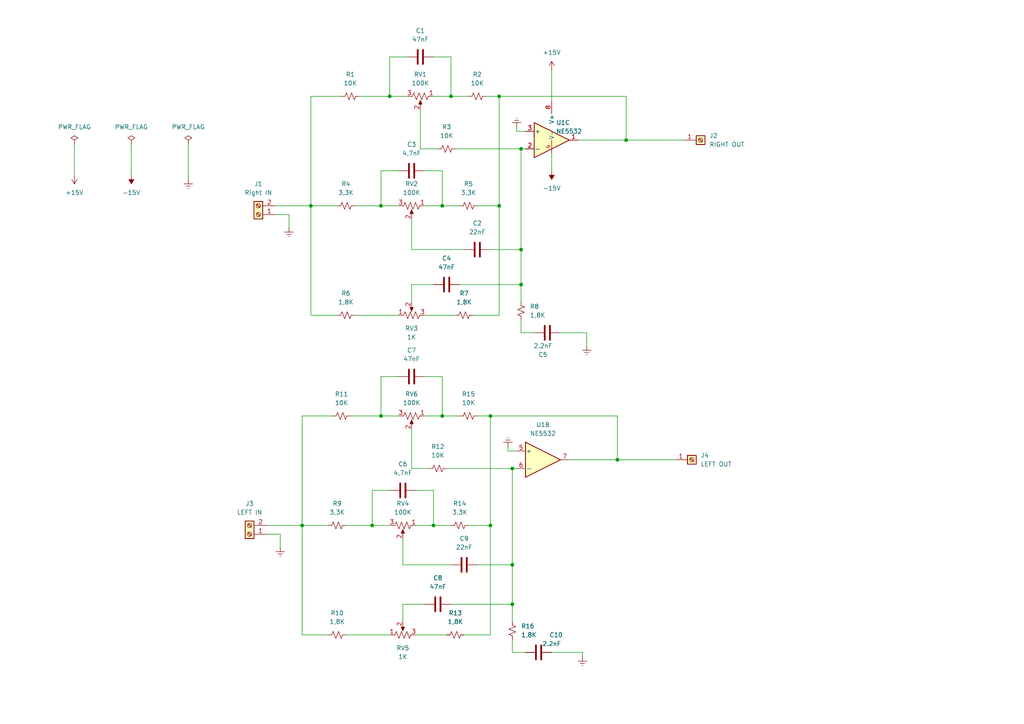
<source format=kicad_sch>
(kicad_sch (version 20230121) (generator eeschema)
  (paper "A4")
  (title_block (title "Band Equalizer Module ") (date "23.07.2023") (rev "1.0") (company "by Muxtar_Safarov"))
  (lib_symbols
    (symbol "Amplifier_Operational:NE5532" (pin_names (offset 0.127))
      (property "Reference" "U" (at 0 5.08 0))
      (property "Value" "NE5532" (at 0 -5.08 0))
      (symbol "NE5532_1_1"
        (polyline (pts (xy -5.08 5.08) (xy 5.08 0) (xy -5.08 -5.08) (xy -5.08 5.08)) (stroke (width 0.254)) (fill (type background)))
        (pin output line (at 7.62 0 180) (length 2.54) (name "~") (number "1"))
        (pin input line (at -7.62 -2.54 0) (length 2.54) (name "-") (number "2"))
        (pin input line (at -7.62 2.54 0) (length 2.54) (name "+") (number "3"))
      )
      (symbol "NE5532_2_1"
        (polyline (pts (xy -5.08 5.08) (xy 5.08 0) (xy -5.08 -5.08) (xy -5.08 5.08)) (stroke (width 0.254)) (fill (type background)))
        (pin input line (at -7.62 2.54 0) (length 2.54) (name "+") (number "5"))
        (pin input line (at -7.62 -2.54 0) (length 2.54) (name "-") (number "6"))
        (pin output line (at 7.62 0 180) (length 2.54) (name "~") (number "7"))
      )
      (symbol "NE5532_3_1"
        (pin power_in line (at -2.54 -7.62 90) (length 3.81) (name "V-") (number "4"))
        (pin power_in line (at -2.54 7.62 270) (length 3.81) (name "V+") (number "8"))
      )
    )
    (symbol "Connector:Screw_Terminal_01x01" (pin_names (offset 1.016) hide)
      (property "Reference" "J" (at 0 2.54 0))
      (property "Value" "Screw_Terminal_01x01" (at 0 -2.54 0))
      (symbol "Screw_Terminal_01x01_1_1"
        (rectangle (start -1.27 1.27) (end 1.27 -1.27) (stroke (width 0.254)) (fill (type background)))
        (polyline (pts (xy -0.5334 0.3302) (xy 0.3302 -0.508)) (stroke (width 0.1524)))
        (polyline (pts (xy -0.3556 0.508) (xy 0.508 -0.3302)) (stroke (width 0.1524)))
        (circle (center 0 0) (radius 0.635) (stroke (width 0.1524)))
        (pin passive line (at -5.08 0 0) (length 3.81) (name "Pin_1") (number "1"))
      )
    )
    (symbol "Connector:Screw_Terminal_01x02" (pin_names (offset 1.016) hide)
      (property "Reference" "J" (at 0 2.54 0))
      (property "Value" "Screw_Terminal_01x02" (at 0 -5.08 0))
      (symbol "Screw_Terminal_01x02_1_1"
        (rectangle (start -1.27 1.27) (end 1.27 -3.81) (stroke (width 0.254)) (fill (type background)))
        (circle (center 0 -2.54) (radius 0.635) (stroke (width 0.1524)))
        (polyline (pts (xy -0.5334 -2.2098) (xy 0.3302 -3.048)) (stroke (width 0.1524)))
        (polyline (pts (xy -0.5334 0.3302) (xy 0.3302 -0.508)) (stroke (width 0.1524)))
        (polyline (pts (xy -0.3556 -2.032) (xy 0.508 -2.8702)) (stroke (width 0.1524)))
        (polyline (pts (xy -0.3556 0.508) (xy 0.508 -0.3302)) (stroke (width 0.1524)))
        (circle (center 0 0) (radius 0.635) (stroke (width 0.1524)))
        (pin passive line (at -5.08 0 0) (length 3.81) (name "Pin_1") (number "1"))
        (pin passive line (at -5.08 -2.54 0) (length 3.81) (name "Pin_2") (number "2"))
      )
    )
    (symbol "Device:C" (pin_numbers hide) (pin_names (offset 0.254))
      (property "Reference" "C" (at 0.635 2.54 0))
      (property "Value" "C" (at 0.635 -2.54 0))
      (symbol "C_0_1"
        (polyline (pts (xy -2.032 -0.762) (xy 2.032 -0.762)) (stroke (width 0.508)))
        (polyline (pts (xy -2.032 0.762) (xy 2.032 0.762)) (stroke (width 0.508)))
      )
      (symbol "C_1_1"
        (pin passive line (at 0 3.81 270) (length 2.794) (name "~") (number "1"))
        (pin passive line (at 0 -3.81 90) (length 2.794) (name "~") (number "2"))
      )
    )
    (symbol "Device:R_Potentiometer_US" (pin_names (offset 1.016) hide)
      (property "Reference" "RV" (at -4.445 0 90))
      (property "Value" "R_Potentiometer_US" (at -2.54 0 90))
      (symbol "R_Potentiometer_US_0_1"
        (polyline (pts (xy 0 -2.286) (xy 0 -2.54)))
        (polyline (pts (xy 0 2.54) (xy 0 2.286)))
        (polyline (pts (xy 2.54 0) (xy 1.524 0)))
        (polyline (pts (xy 1.143 0) (xy 2.286 0.508) (xy 2.286 -0.508) (xy 1.143 0)) (fill (type outline)))
        (polyline (pts (xy 0 -0.762) (xy 1.016 -1.143) (xy 0 -1.524) (xy -1.016 -1.905) (xy 0 -2.286)))
        (polyline (pts (xy 0 0.762) (xy 1.016 0.381) (xy 0 0) (xy -1.016 -0.381) (xy 0 -0.762)))
        (polyline (pts (xy 0 2.286) (xy 1.016 1.905) (xy 0 1.524) (xy -1.016 1.143) (xy 0 0.762)))
      )
      (symbol "R_Potentiometer_US_1_1"
        (pin passive line (at 0 3.81 270) (length 1.27) (name "1") (number "1"))
        (pin passive line (at 3.81 0 180) (length 1.27) (name "2") (number "2"))
        (pin passive line (at 0 -3.81 90) (length 1.27) (name "3") (number "3"))
      )
    )
    (symbol "Device:R_Small_US" (pin_numbers hide) (pin_names (offset 0.254) hide)
      (property "Reference" "R" (at 0.762 0.508 0))
      (property "Value" "R_Small_US" (at 0.762 -1.016 0))
      (symbol "R_Small_US_1_1"
        (polyline (pts (xy 0 0) (xy 1.016 -0.381) (xy 0 -0.762) (xy -1.016 -1.143) (xy 0 -1.524)))
        (polyline (pts (xy 0 1.524) (xy 1.016 1.143) (xy 0 0.762) (xy -1.016 0.381) (xy 0 0)))
        (pin passive line (at 0 2.54 270) (length 1.016) (name "~") (number "1"))
        (pin passive line (at 0 -2.54 90) (length 1.016) (name "~") (number "2"))
      )
    )
    (symbol "power:+15V" (power) (pin_names (offset 0))
      (property "Value" "+15V" (at 0 3.556 0))
      (symbol "+15V_0_1"
        (polyline (pts (xy -0.762 1.27) (xy 0 2.54)))
        (polyline (pts (xy 0 0) (xy 0 2.54)))
        (polyline (pts (xy 0 2.54) (xy 0.762 1.27)))
      )
      (symbol "+15V_1_1"
        (pin power_in line (at 0 0 90) (length 0) hide (name "+15V") (number "1"))
      )
    )
    (symbol "power:-15V" (power) (pin_names (offset 0))
      (property "Value" "-15V" (at 0 3.81 0))
      (symbol "-15V_0_0"
        (pin power_in line (at 0 0 90) (length 0) hide (name "-15V") (number "1"))
      )
      (symbol "-15V_0_1"
        (polyline (pts (xy 0 0) (xy 0 1.27) (xy 0.762 1.27) (xy 0 2.54) (xy -0.762 1.27) (xy 0 1.27)) (fill (type outline)))
      )
    )
    (symbol "power:Earth" (power) (pin_names (offset 0))
      (symbol "Earth_0_1"
        (polyline (pts (xy -0.635 -1.905) (xy 0.635 -1.905)))
        (polyline (pts (xy -0.127 -2.54) (xy 0.127 -2.54)))
        (polyline (pts (xy 0 -1.27) (xy 0 0)))
        (polyline (pts (xy 1.27 -1.27) (xy -1.27 -1.27)))
      )
      (symbol "Earth_1_1"
        (pin power_in line (at 0 0 270) (length 0) hide (name "Earth") (number "1"))
      )
    )
    (symbol "power:PWR_FLAG" (power) (pin_numbers hide) (pin_names (offset 0) hide)
      (property "Value" "PWR_FLAG" (at 0 3.81 0))
      (symbol "PWR_FLAG_0_0"
        (pin power_out line (at 0 0 90) (length 0) (name "pwr") (number "1"))
      )
      (symbol "PWR_FLAG_0_1"
        (polyline (pts (xy 0 0) (xy 0 1.27) (xy -1.016 1.905) (xy 0 2.54) (xy 1.016 1.905) (xy 0 1.27)))
      )
    )
  )
  (junction (at 148.59 175.26))
  (junction (at 113.03 27.94))
  (junction (at 107.95 152.4))
  (junction (at 142.24 152.4))
  (junction (at 142.24 120.65))
  (junction (at 90.17 59.69))
  (junction (at 181.61 40.64))
  (junction (at 148.59 163.83))
  (junction (at 148.59 135.89))
  (junction (at 128.27 120.65))
  (junction (at 110.49 120.65))
  (junction (at 151.13 72.39))
  (junction (at 130.81 27.94))
  (junction (at 144.78 27.94))
  (junction (at 179.07 133.35))
  (junction (at 125.73 152.4))
  (junction (at 87.63 152.4))
  (junction (at 110.49 59.69))
  (junction (at 128.27 59.69))
  (junction (at 144.78 59.69))
  (junction (at 151.13 43.18))
  (junction (at 151.13 82.55))
  (wire (pts (xy 121.92 31.75) (xy 121.92 43.18)))
  (wire (pts (xy 95.25 184.15) (xy 87.63 184.15)))
  (wire (pts (xy 148.59 135.89) (xy 148.59 163.83)))
  (wire (pts (xy 128.27 59.69) (xy 133.35 59.69)))
  (wire (pts (xy 167.64 40.64) (xy 181.61 40.64)))
  (wire (pts (xy 119.38 63.5) (xy 119.38 72.39)))
  (wire (pts (xy 118.11 27.94) (xy 113.03 27.94)))
  (wire (pts (xy 81.28 154.94) (xy 81.28 158.75)))
  (wire (pts (xy 116.84 175.26) (xy 116.84 180.34)))
  (wire (pts (xy 130.81 27.94) (xy 125.73 27.94)))
  (wire (pts (xy 134.62 184.15) (xy 142.24 184.15)))
  (wire (pts (xy 125.73 82.55) (xy 119.38 82.55)))
  (wire (pts (xy 151.13 82.55) (xy 151.13 87.63)))
  (wire (pts (xy 77.47 154.94) (xy 81.28 154.94)))
  (wire (pts (xy 132.08 43.18) (xy 151.13 43.18)))
  (wire (pts (xy 138.43 163.83) (xy 148.59 163.83)))
  (wire (pts (xy 107.95 152.4) (xy 113.03 152.4)))
  (wire (pts (xy 54.61 41.91) (xy 54.61 52.07)))
  (wire (pts (xy 21.59 41.91) (xy 21.59 50.8)))
  (wire (pts (xy 115.57 49.53) (xy 110.49 49.53)))
  (wire (pts (xy 102.87 91.44) (xy 115.57 91.44)))
  (wire (pts (xy 147.32 130.81) (xy 149.86 130.81)))
  (wire (pts (xy 148.59 135.89) (xy 149.86 135.89)))
  (wire (pts (xy 107.95 142.24) (xy 107.95 152.4)))
  (wire (pts (xy 120.65 142.24) (xy 125.73 142.24)))
  (wire (pts (xy 181.61 40.64) (xy 198.12 40.64)))
  (wire (pts (xy 148.59 189.23) (xy 152.4 189.23)))
  (wire (pts (xy 135.89 152.4) (xy 142.24 152.4)))
  (wire (pts (xy 100.33 152.4) (xy 107.95 152.4)))
  (wire (pts (xy 119.38 72.39) (xy 134.62 72.39)))
  (wire (pts (xy 101.6 120.65) (xy 110.49 120.65)))
  (wire (pts (xy 125.73 152.4) (xy 130.81 152.4)))
  (wire (pts (xy 168.91 189.23) (xy 168.91 190.5)))
  (wire (pts (xy 120.65 184.15) (xy 129.54 184.15)))
  (wire (pts (xy 138.43 59.69) (xy 144.78 59.69)))
  (wire (pts (xy 123.19 175.26) (xy 116.84 175.26)))
  (wire (pts (xy 97.79 91.44) (xy 90.17 91.44)))
  (wire (pts (xy 125.73 16.51) (xy 130.81 16.51)))
  (wire (pts (xy 149.86 38.1) (xy 152.4 38.1)))
  (wire (pts (xy 80.01 59.69) (xy 90.17 59.69)))
  (wire (pts (xy 99.06 27.94) (xy 90.17 27.94)))
  (wire (pts (xy 90.17 27.94) (xy 90.17 59.69)))
  (wire (pts (xy 138.43 120.65) (xy 142.24 120.65)))
  (wire (pts (xy 179.07 133.35) (xy 195.58 133.35)))
  (wire (pts (xy 151.13 92.71) (xy 151.13 96.52)))
  (wire (pts (xy 90.17 59.69) (xy 97.79 59.69)))
  (wire (pts (xy 128.27 49.53) (xy 128.27 59.69)))
  (wire (pts (xy 137.16 91.44) (xy 144.78 91.44)))
  (wire (pts (xy 87.63 120.65) (xy 87.63 152.4)))
  (wire (pts (xy 142.24 72.39) (xy 151.13 72.39)))
  (wire (pts (xy 160.02 20.32) (xy 160.02 29.21)))
  (wire (pts (xy 142.24 120.65) (xy 179.07 120.65)))
  (wire (pts (xy 116.84 163.83) (xy 130.81 163.83)))
  (wire (pts (xy 130.81 27.94) (xy 135.89 27.94)))
  (wire (pts (xy 148.59 185.42) (xy 148.59 189.23)))
  (wire (pts (xy 83.82 62.23) (xy 83.82 66.04)))
  (wire (pts (xy 144.78 27.94) (xy 181.61 27.94)))
  (wire (pts (xy 77.47 152.4) (xy 87.63 152.4)))
  (wire (pts (xy 80.01 62.23) (xy 83.82 62.23)))
  (wire (pts (xy 113.03 16.51) (xy 118.11 16.51)))
  (wire (pts (xy 151.13 72.39) (xy 151.13 82.55)))
  (wire (pts (xy 100.33 184.15) (xy 113.03 184.15)))
  (wire (pts (xy 115.57 120.65) (xy 110.49 120.65)))
  (wire (pts (xy 151.13 43.18) (xy 151.13 72.39)))
  (wire (pts (xy 87.63 184.15) (xy 87.63 152.4)))
  (wire (pts (xy 151.13 43.18) (xy 152.4 43.18)))
  (wire (pts (xy 123.19 59.69) (xy 128.27 59.69)))
  (wire (pts (xy 151.13 96.52) (xy 154.94 96.52)))
  (wire (pts (xy 140.97 27.94) (xy 144.78 27.94)))
  (wire (pts (xy 129.54 135.89) (xy 148.59 135.89)))
  (wire (pts (xy 170.18 96.52) (xy 170.18 100.33)))
  (wire (pts (xy 128.27 120.65) (xy 133.35 120.65)))
  (wire (pts (xy 110.49 109.22) (xy 110.49 120.65)))
  (wire (pts (xy 96.52 120.65) (xy 87.63 120.65)))
  (wire (pts (xy 123.19 109.22) (xy 128.27 109.22)))
  (wire (pts (xy 160.02 189.23) (xy 168.91 189.23)))
  (wire (pts (xy 113.03 142.24) (xy 107.95 142.24)))
  (wire (pts (xy 123.19 91.44) (xy 132.08 91.44)))
  (wire (pts (xy 125.73 142.24) (xy 125.73 152.4)))
  (wire (pts (xy 128.27 120.65) (xy 123.19 120.65)))
  (wire (pts (xy 142.24 184.15) (xy 142.24 152.4)))
  (wire (pts (xy 119.38 82.55) (xy 119.38 87.63)))
  (wire (pts (xy 121.92 43.18) (xy 127 43.18)))
  (wire (pts (xy 160.02 44.45) (xy 160.02 49.53)))
  (wire (pts (xy 165.1 133.35) (xy 179.07 133.35)))
  (wire (pts (xy 181.61 27.94) (xy 181.61 40.64)))
  (wire (pts (xy 38.1 41.91) (xy 38.1 50.8)))
  (wire (pts (xy 130.81 16.51) (xy 130.81 27.94)))
  (wire (pts (xy 162.56 96.52) (xy 170.18 96.52)))
  (wire (pts (xy 116.84 156.21) (xy 116.84 163.83)))
  (wire (pts (xy 119.38 135.89) (xy 124.46 135.89)))
  (wire (pts (xy 119.38 124.46) (xy 119.38 135.89)))
  (wire (pts (xy 147.32 129.54) (xy 147.32 130.81)))
  (wire (pts (xy 130.81 175.26) (xy 148.59 175.26)))
  (wire (pts (xy 133.35 82.55) (xy 151.13 82.55)))
  (wire (pts (xy 110.49 109.22) (xy 115.57 109.22)))
  (wire (pts (xy 148.59 175.26) (xy 148.59 180.34)))
  (wire (pts (xy 110.49 49.53) (xy 110.49 59.69)))
  (wire (pts (xy 142.24 152.4) (xy 142.24 120.65)))
  (wire (pts (xy 148.59 163.83) (xy 148.59 175.26)))
  (wire (pts (xy 120.65 152.4) (xy 125.73 152.4)))
  (wire (pts (xy 90.17 91.44) (xy 90.17 59.69)))
  (wire (pts (xy 104.14 27.94) (xy 113.03 27.94)))
  (wire (pts (xy 179.07 120.65) (xy 179.07 133.35)))
  (wire (pts (xy 110.49 59.69) (xy 115.57 59.69)))
  (wire (pts (xy 144.78 91.44) (xy 144.78 59.69)))
  (wire (pts (xy 87.63 152.4) (xy 95.25 152.4)))
  (wire (pts (xy 113.03 16.51) (xy 113.03 27.94)))
  (wire (pts (xy 149.86 36.83) (xy 149.86 38.1)))
  (wire (pts (xy 128.27 109.22) (xy 128.27 120.65)))
  (wire (pts (xy 144.78 59.69) (xy 144.78 27.94)))
  (wire (pts (xy 102.87 59.69) (xy 110.49 59.69)))
  (wire (pts (xy 123.19 49.53) (xy 128.27 49.53)))
  (symbol (lib_id "Device:R_Small_US") (at 99.06 120.65 90) (unit 1)
    (property "Reference" "R11" (at 99.06 114.3 90))
    (property "Value" "10K" (at 99.06 116.84 90))
    (property "Footprint" "Resistor_THT:R_Axial_DIN0414_L11.9mm_D4.5mm_P15.24mm_Horizontal" (effects hide))
  )
  (symbol (lib_id "Device:R_Small_US") (at 133.35 152.4 90) (unit 1)
    (property "Reference" "R14" (at 133.35 146.05 90))
    (property "Value" "3,3K" (at 133.35 148.59 90))
    (property "Footprint" "Resistor_THT:R_Axial_DIN0414_L11.9mm_D4.5mm_P15.24mm_Horizontal" (effects hide))
  )
  (symbol (lib_id "Device:C") (at 119.38 49.53 90) (unit 1)
    (property "Reference" "C3" (at 119.38 41.91 90))
    (property "Value" "4,7nF" (at 119.38 44.45 90))
    (property "Footprint" "Capacitor_THT:C_Disc_D8.0mm_W5.0mm_P7.50mm" (effects hide))
  )
  (symbol (lib_id "Device:C") (at 158.75 96.52 90) (unit 1)
    (property "Reference" "C5" (at 157.48 102.87 90))
    (property "Value" "2.2nF" (at 157.48 100.33 90))
    (property "Footprint" "Capacitor_THT:C_Disc_D8.0mm_W5.0mm_P7.50mm" (effects hide))
  )
  (symbol (lib_id "Device:C") (at 134.62 163.83 90) (unit 1)
    (property "Reference" "C9" (at 134.62 156.21 90))
    (property "Value" "22nF" (at 134.62 158.75 90))
    (property "Footprint" "Capacitor_THT:C_Disc_D8.0mm_W5.0mm_P7.50mm" (effects hide))
  )
  (symbol (lib_id "Device:C") (at 129.54 82.55 90) (unit 1)
    (property "Reference" "C4" (at 129.54 74.93 90))
    (property "Value" "47nF" (at 129.54 77.47 90))
    (property "Footprint" "Capacitor_THT:C_Disc_D8.0mm_W5.0mm_P7.50mm" (effects hide))
  )
  (symbol (lib_id "Device:R_Small_US") (at 138.43 27.94 90) (unit 1)
    (property "Reference" "R2" (at 138.43 21.59 90))
    (property "Value" "10K" (at 138.43 24.13 90))
    (property "Footprint" "Resistor_THT:R_Axial_DIN0414_L11.9mm_D4.5mm_P15.24mm_Horizontal" (effects hide))
  )
  (symbol (lib_id "Device:R_Small_US") (at 135.89 59.69 90) (unit 1)
    (property "Reference" "R5" (at 135.89 53.34 90))
    (property "Value" "3,3K" (at 135.89 55.88 90))
    (property "Footprint" "Resistor_THT:R_Axial_DIN0414_L11.9mm_D4.5mm_P15.24mm_Horizontal" (effects hide))
  )
  (symbol (lib_id "power:PWR_FLAG") (at 54.61 41.91 0) (unit 1)
    (property "Reference" "#FLG03" (effects hide))
    (property "Value" "PWR_FLAG" (at 54.61 36.83 0))
  )
  (symbol (lib_id "power:Earth") (at 83.82 66.04 0) (unit 1)
    (property "Reference" "#PWR01" (effects hide))
    (property "Value" "Earth" (effects hide))
  )
  (symbol (lib_id "Device:R_Small_US") (at 100.33 91.44 90) (unit 1)
    (property "Reference" "R6" (at 100.33 85.09 90))
    (property "Value" "1,8K" (at 100.33 87.63 90))
    (property "Footprint" "Resistor_THT:R_Axial_DIN0414_L11.9mm_D4.5mm_P15.24mm_Horizontal" (effects hide))
  )
  (symbol (lib_id "Device:R_Small_US") (at 100.33 59.69 90) (unit 1)
    (property "Reference" "R4" (at 100.33 53.34 90))
    (property "Value" "3,3K" (at 100.33 55.88 90))
    (property "Footprint" "Resistor_THT:R_Axial_DIN0414_L11.9mm_D4.5mm_P15.24mm_Horizontal" (effects hide))
  )
  (symbol (lib_id "power:+15V") (at 21.59 50.8 180) (unit 1)
    (property "Reference" "#PWR08" (effects hide))
    (property "Value" "+15V" (at 21.59 55.88 0))
  )
  (symbol (lib_id "power:PWR_FLAG") (at 21.59 41.91 0) (unit 1)
    (property "Reference" "#FLG01" (effects hide))
    (property "Value" "PWR_FLAG" (at 21.59 36.83 0))
  )
  (symbol (lib_id "power:Earth") (at 81.28 158.75 0) (unit 1)
    (property "Reference" "#PWR06" (effects hide))
    (property "Value" "Earth" (effects hide))
  )
  (symbol (lib_id "Amplifier_Operational:NE5532") (at 157.48 133.35 0) (unit 2)
    (property "Reference" "U1" (at 157.48 123.19 0))
    (property "Value" "NE5532" (at 157.48 125.73 0))
    (property "Footprint" "Package_DIP:DIP-8_W7.62mm" (effects hide))
    (property "Datasheet" "http://www.ti.com/lit/ds/symlink/ne5532.pdf" (effects hide))
  )
  (symbol (lib_id "Connector:Screw_Terminal_01x01") (at 200.66 133.35 0) (unit 1)
    (property "Reference" "J4" (at 203.2 132.08 0) (effects (justify left)))
    (property "Value" "LEFT OUT " (at 203.2 134.62 0) (effects (justify left)))
    (property "Footprint" "TerminalBlock_MetzConnect:TerminalBlock_MetzConnect_360271_1x01_Horizontal_ScrewM3.0_Boxed" (effects hide))
  )
  (symbol (lib_id "Connector:Screw_Terminal_01x02") (at 72.39 154.94 180) (unit 1)
    (property "Reference" "J3" (at 72.39 146.05 0))
    (property "Value" "LEFT IN" (at 72.39 148.59 0))
    (property "Footprint" "TerminalBlock:TerminalBlock_bornier-2_P5.08mm" (effects hide))
  )
  (symbol (lib_id "Device:R_Potentiometer_US") (at 119.38 120.65 270) (unit 1)
    (property "Reference" "RV6" (at 119.38 114.3 90))
    (property "Value" "100K" (at 119.38 116.84 90))
    (property "Footprint" "Potentiometer_THT:Potentiometer_Vishay_148-149_Single_Horizontal" (effects hide))
  )
  (symbol (lib_id "Device:C") (at 119.38 109.22 90) (unit 1)
    (property "Reference" "C7" (at 119.38 101.6 90))
    (property "Value" "47nF" (at 119.38 104.14 90))
    (property "Footprint" "Capacitor_THT:C_Disc_D8.0mm_W5.0mm_P7.50mm" (effects hide))
  )
  (symbol (lib_id "Device:R_Small_US") (at 148.59 182.88 0) (unit 1)
    (property "Reference" "R16" (at 151.13 181.61 0) (effects (justify left)))
    (property "Value" "1,8K" (at 151.13 184.15 0) (effects (justify left)))
    (property "Footprint" "Resistor_THT:R_Axial_DIN0414_L11.9mm_D4.5mm_P15.24mm_Horizontal" (effects hide))
  )
  (symbol (lib_id "Device:C") (at 121.92 16.51 90) (unit 1)
    (property "Reference" "C1" (at 121.92 8.89 90))
    (property "Value" "47nF" (at 121.92 11.43 90))
    (property "Footprint" "Capacitor_THT:C_Disc_D8.0mm_W5.0mm_P7.50mm" (effects hide))
  )
  (symbol (lib_id "Connector:Screw_Terminal_01x02") (at 74.93 62.23 180) (unit 1)
    (property "Reference" "J1" (at 74.93 53.34 0))
    (property "Value" "Right IN" (at 74.93 55.88 0))
    (property "Footprint" "TerminalBlock:TerminalBlock_bornier-2_P5.08mm" (effects hide))
  )
  (symbol (lib_id "Device:C") (at 156.21 189.23 90) (unit 1)
    (property "Reference" "C10" (at 161.29 184.15 90))
    (property "Value" "2.2nF" (at 160.02 186.69 90))
    (property "Footprint" "Capacitor_THT:C_Disc_D8.0mm_W5.0mm_P7.50mm" (effects hide))
  )
  (symbol (lib_id "Device:R_Small_US") (at 132.08 184.15 90) (unit 1)
    (property "Reference" "R13" (at 132.08 177.8 90))
    (property "Value" "1,8K" (at 132.08 180.34 90))
    (property "Footprint" "Resistor_THT:R_Axial_DIN0414_L11.9mm_D4.5mm_P15.24mm_Horizontal" (effects hide))
  )
  (symbol (lib_id "power:Earth") (at 170.18 100.33 0) (unit 1)
    (property "Reference" "#PWR05" (effects hide))
    (property "Value" "Earth" (effects hide))
  )
  (symbol (lib_id "Device:C") (at 116.84 142.24 90) (unit 1)
    (property "Reference" "C6" (at 116.84 134.62 90))
    (property "Value" "4,7nF" (at 116.84 137.16 90))
    (property "Footprint" "Capacitor_THT:C_Disc_D8.0mm_W5.0mm_P7.50mm" (effects hide))
  )
  (symbol (lib_id "Device:R_Potentiometer_US") (at 119.38 59.69 270) (unit 1)
    (property "Reference" "RV2" (at 119.38 53.34 90))
    (property "Value" "100K" (at 119.38 55.88 90))
    (property "Footprint" "Potentiometer_THT:Potentiometer_Vishay_148-149_Single_Horizontal" (effects hide))
  )
  (symbol (lib_id "Device:R_Small_US") (at 135.89 120.65 90) (unit 1)
    (property "Reference" "R15" (at 135.89 114.3 90))
    (property "Value" "10K" (at 135.89 116.84 90))
    (property "Footprint" "Resistor_THT:R_Axial_DIN0414_L11.9mm_D4.5mm_P15.24mm_Horizontal" (effects hide))
  )
  (symbol (lib_id "Device:R_Potentiometer_US") (at 116.84 152.4 270) (unit 1)
    (property "Reference" "RV4" (at 116.84 146.05 90))
    (property "Value" "100K" (at 116.84 148.59 90))
    (property "Footprint" "Potentiometer_THT:Potentiometer_Vishay_148-149_Single_Horizontal" (effects hide))
  )
  (symbol (lib_id "Device:R_Small_US") (at 127 135.89 90) (unit 1)
    (property "Reference" "R12" (at 127 129.54 90))
    (property "Value" "10K" (at 127 132.08 90))
    (property "Footprint" "Resistor_THT:R_Axial_DIN0414_L11.9mm_D4.5mm_P15.24mm_Horizontal" (effects hide))
  )
  (symbol (lib_id "power:Earth") (at 168.91 190.5 0) (unit 1)
    (property "Reference" "#PWR010" (effects hide))
    (property "Value" "Earth" (effects hide))
  )
  (symbol (lib_id "power:+15V") (at 160.02 20.32 0) (unit 1)
    (property "Reference" "#PWR03" (effects hide))
    (property "Value" "+15V" (at 160.02 15.24 0))
  )
  (symbol (lib_id "Device:R_Small_US") (at 134.62 91.44 90) (unit 1)
    (property "Reference" "R7" (at 134.62 85.09 90))
    (property "Value" "1,8K" (at 134.62 87.63 90))
    (property "Footprint" "Resistor_THT:R_Axial_DIN0414_L11.9mm_D4.5mm_P15.24mm_Horizontal" (effects hide))
  )
  (symbol (lib_id "Device:R_Small_US") (at 97.79 184.15 90) (unit 1)
    (property "Reference" "R10" (at 97.79 177.8 90))
    (property "Value" "1,8K" (at 97.79 180.34 90))
    (property "Footprint" "Resistor_THT:R_Axial_DIN0414_L11.9mm_D4.5mm_P15.24mm_Horizontal" (effects hide))
  )
  (symbol (lib_id "power:Earth") (at 54.61 52.07 0) (unit 1)
    (property "Reference" "#PWR011" (effects hide))
    (property "Value" "Earth" (effects hide))
  )
  (symbol (lib_id "power:Earth") (at 147.32 129.54 180) (unit 1)
    (property "Reference" "#PWR07" (effects hide))
    (property "Value" "Earth" (effects hide))
  )
  (symbol (lib_id "Amplifier_Operational:NE5532") (at 160.02 40.64 0) (unit 1)
    (property "Reference" "U1" (effects hide))
    (property "Value" "NE5532" (effects hide))
    (property "Footprint" "Package_DIP:DIP-8_W7.62mm" (effects hide))
    (property "Datasheet" "http://www.ti.com/lit/ds/symlink/ne5532.pdf" (effects hide))
  )
  (symbol (lib_id "Device:C") (at 127 175.26 90) (unit 1)
    (property "Reference" "C8" (at 127 167.64 90))
    (property "Value" "47nF" (at 127 170.18 90))
    (property "Footprint" "Capacitor_THT:C_Disc_D8.0mm_W5.0mm_P7.50mm" (effects hide))
  )
  (symbol (lib_id "Device:R_Small_US") (at 97.79 152.4 90) (unit 1)
    (property "Reference" "R9" (at 97.79 146.05 90))
    (property "Value" "3,3K" (at 97.79 148.59 90))
    (property "Footprint" "Resistor_THT:R_Axial_DIN0414_L11.9mm_D4.5mm_P15.24mm_Horizontal" (effects hide))
  )
  (symbol (lib_id "Device:R_Potentiometer_US") (at 121.92 27.94 270) (unit 1)
    (property "Reference" "RV1" (at 121.92 21.59 90))
    (property "Value" "100K" (at 121.92 24.13 90))
    (property "Footprint" "Potentiometer_THT:Potentiometer_Vishay_148-149_Single_Horizontal" (effects hide))
  )
  (symbol (lib_id "power:PWR_FLAG") (at 38.1 41.91 0) (unit 1)
    (property "Reference" "#FLG02" (effects hide))
    (property "Value" "PWR_FLAG" (at 38.1 36.83 0))
  )
  (symbol (lib_id "Amplifier_Operational:NE5532") (at 162.56 36.83 0) (unit 3)
    (property "Reference" "U1" (at 161.29 35.56 0) (effects (justify left)))
    (property "Value" "NE5532" (at 161.29 38.1 0) (effects (justify left)))
    (property "Footprint" "Package_DIP:DIP-8_W7.62mm" (effects hide))
    (property "Datasheet" "http://www.ti.com/lit/ds/symlink/ne5532.pdf" (effects hide))
  )
  (symbol (lib_id "power:Earth") (at 149.86 36.83 180) (unit 1)
    (property "Reference" "#PWR02" (effects hide))
    (property "Value" "Earth" (effects hide))
  )
  (symbol (lib_id "power:-15V") (at 160.02 49.53 180) (unit 1)
    (property "Reference" "#PWR04" (effects hide))
    (property "Value" "-15V" (at 160.02 54.61 0))
  )
  (symbol (lib_id "Device:R_Small_US") (at 151.13 90.17 0) (unit 1)
    (property "Reference" "R8" (at 153.67 88.9 0) (effects (justify left)))
    (property "Value" "1,8K" (at 153.67 91.44 0) (effects (justify left)))
    (property "Footprint" "Resistor_THT:R_Axial_DIN0414_L11.9mm_D4.5mm_P15.24mm_Horizontal" (effects hide))
  )
  (symbol (lib_id "Device:R_Small_US") (at 129.54 43.18 90) (unit 1)
    (property "Reference" "R3" (at 129.54 36.83 90))
    (property "Value" "10K" (at 129.54 39.37 90))
    (property "Footprint" "Resistor_THT:R_Axial_DIN0414_L11.9mm_D4.5mm_P15.24mm_Horizontal" (effects hide))
  )
  (symbol (lib_id "Device:C") (at 138.43 72.39 90) (unit 1)
    (property "Reference" "C2" (at 138.43 64.77 90))
    (property "Value" "22nF" (at 138.43 67.31 90))
    (property "Footprint" "Capacitor_THT:C_Disc_D8.0mm_W5.0mm_P7.50mm" (effects hide))
  )
  (symbol (lib_id "Device:R_Potentiometer_US") (at 116.84 184.15 90) (unit 1)
    (property "Reference" "RV5" (at 116.84 187.96 90))
    (property "Value" "1K" (at 116.84 190.5 90))
    (property "Footprint" "Potentiometer_THT:Potentiometer_Vishay_148-149_Single_Horizontal" (effects hide))
  )
  (symbol (lib_id "Device:R_Small_US") (at 101.6 27.94 90) (unit 1)
    (property "Reference" "R1" (at 101.6 21.59 90))
    (property "Value" "10K" (at 101.6 24.13 90))
    (property "Footprint" "Resistor_THT:R_Axial_DIN0414_L11.9mm_D4.5mm_P15.24mm_Horizontal" (effects hide))
  )
  (symbol (lib_id "Connector:Screw_Terminal_01x01") (at 203.2 40.64 0) (unit 1)
    (property "Reference" "J2" (at 205.74 39.37 0) (effects (justify left)))
    (property "Value" "RIGHT OUT " (at 205.74 41.91 0) (effects (justify left)))
    (property "Footprint" "TerminalBlock_MetzConnect:TerminalBlock_MetzConnect_360271_1x01_Horizontal_ScrewM3.0_Boxed" (effects hide))
  )
  (symbol (lib_id "power:-15V") (at 38.1 50.8 180) (unit 1)
    (property "Reference" "#PWR09" (effects hide))
    (property "Value" "-15V" (at 38.1 55.88 0))
  )
  (symbol (lib_id "Device:R_Potentiometer_US") (at 119.38 91.44 90) (unit 1)
    (property "Reference" "RV3" (at 119.38 95.25 90))
    (property "Value" "1K" (at 119.38 97.79 90))
    (property "Footprint" "Potentiometer_THT:Potentiometer_Vishay_148-149_Single_Horizontal" (effects hide))
  )
)
</source>
